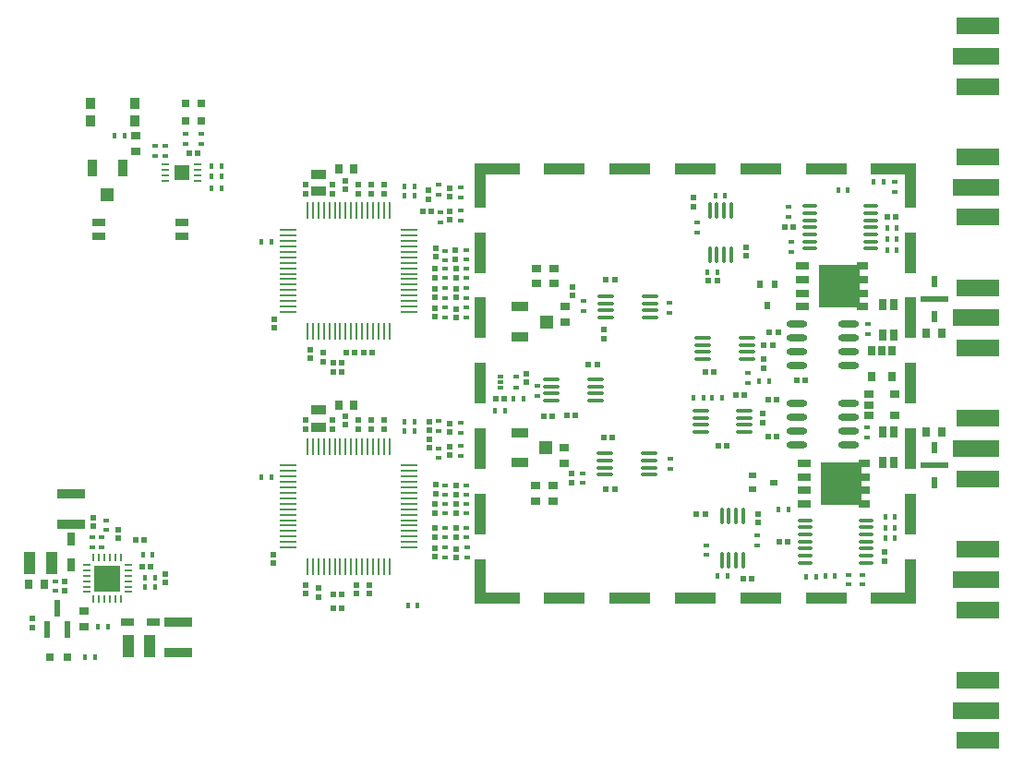
<source format=gbr>
G04 Layer_Color=8421504*
%FSLAX45Y45*%
%MOMM*%
%TF.FileFunction,Paste,Top*%
%TF.Part,Single*%
G01*
G75*
%TA.AperFunction,SMDPad,CuDef*%
%ADD10R,0.52000X0.52000*%
%ADD11R,0.52000X0.52000*%
%ADD12R,4.10000X1.00000*%
%ADD13R,1.00000X4.10000*%
%ADD14R,3.80000X1.00000*%
%ADD15R,1.00000X3.80000*%
%ADD16R,0.80000X0.80000*%
%ADD17R,0.45000X0.55000*%
%ADD18R,0.55000X0.45000*%
%ADD19R,0.90000X0.70000*%
%ADD20R,1.30000X1.30000*%
%ADD21R,0.90000X1.60000*%
%ADD22R,0.90000X1.00000*%
%ADD23R,0.70000X0.90000*%
%ADD24R,1.35000X0.95000*%
%ADD25O,0.39900X1.50000*%
%ADD26O,1.50000X0.39900*%
%ADD27R,0.76200X1.00000*%
%ADD28R,0.65000X0.90000*%
%ADD29R,2.60000X0.95000*%
%ADD30O,1.55000X0.25000*%
%ADD31O,0.25000X1.55000*%
%ADD32R,0.65000X0.50000*%
%ADD33R,1.27000X0.66000*%
%ADD34R,1.02000X0.66000*%
%ADD35R,1.30000X1.30000*%
%ADD36R,1.60000X0.90000*%
%ADD37O,1.90000X0.60000*%
%ADD38R,0.76200X1.14300*%
%ADD39R,1.14300X0.76200*%
%ADD40O,1.40000X0.35000*%
%ADD41R,1.36000X1.46000*%
%ADD42R,0.75000X0.25000*%
%ADD43O,0.80000X0.25000*%
%ADD44O,0.25000X0.80000*%
%ADD45R,2.45000X2.45000*%
%ADD46R,0.80000X0.80000*%
%ADD47O,1.50000X0.39999*%
%ADD48R,0.98000X2.08000*%
%ADD49R,0.50000X0.65000*%
%ADD50R,0.90000X0.65000*%
%ADD51R,1.27000X0.76000*%
%ADD52R,0.60000X0.35000*%
%ADD53R,3.95000X1.50000*%
%ADD54R,4.25000X1.50000*%
%ADD55R,0.50000X1.00000*%
%ADD56R,2.60000X0.60000*%
%ADD57R,0.60000X1.50000*%
%TA.AperFunction,Conductor*%
%ADD72R,3.81000X3.91000*%
D10*
X8729000Y8910000D02*
D03*
X8809000D02*
D03*
X10539999Y10450001D02*
D03*
X10620000D02*
D03*
X10540000Y10540000D02*
D03*
X10620000D02*
D03*
X13980000Y11290000D02*
D03*
X14060001D02*
D03*
X14030000Y10450000D02*
D03*
X13950000D02*
D03*
X14630000Y8900000D02*
D03*
X14710001D02*
D03*
X14680000Y11780000D02*
D03*
X14760001D02*
D03*
X15620000Y11880000D02*
D03*
X15700000D02*
D03*
X14300000Y8560000D02*
D03*
X14380000D02*
D03*
X14310001Y10240000D02*
D03*
X14230000D02*
D03*
X14489999Y10700000D02*
D03*
X14570000D02*
D03*
X14789999Y10380000D02*
D03*
X14870000D02*
D03*
X14539999Y10820000D02*
D03*
X14620000D02*
D03*
X14527525Y10201806D02*
D03*
X14607526D02*
D03*
X11440000Y11930000D02*
D03*
X11360000D02*
D03*
X10539999Y8410001D02*
D03*
X10620000D02*
D03*
X10539999Y8290001D02*
D03*
X10620000D02*
D03*
X14150000Y9780000D02*
D03*
X14070000D02*
D03*
X12470000Y10050000D02*
D03*
X12550000D02*
D03*
X12680000Y10060000D02*
D03*
X12760000D02*
D03*
X13870000Y9150000D02*
D03*
X13950000D02*
D03*
X8789000Y8670000D02*
D03*
X8869000D02*
D03*
X12880000Y10520000D02*
D03*
X12960001D02*
D03*
X12110000Y10210000D02*
D03*
X12030000D02*
D03*
X13039999Y9380000D02*
D03*
X13120000D02*
D03*
X13100000Y9850000D02*
D03*
X13020000D02*
D03*
X13120000Y11300000D02*
D03*
X13039999D02*
D03*
X14607526Y9861806D02*
D03*
X14527525D02*
D03*
X9300000Y12460000D02*
D03*
X9220000D02*
D03*
X10900000Y10630000D02*
D03*
X10820000D02*
D03*
X10660000D02*
D03*
X10740000D02*
D03*
D11*
X8339000Y9040000D02*
D03*
Y9120000D02*
D03*
X8999000Y8600000D02*
D03*
Y8520000D02*
D03*
X12730000Y9520000D02*
D03*
Y9440000D02*
D03*
X11470000Y9240000D02*
D03*
Y9160000D02*
D03*
Y11400000D02*
D03*
Y11320000D02*
D03*
X11670000Y8830000D02*
D03*
Y8750000D02*
D03*
Y11030000D02*
D03*
Y10950000D02*
D03*
X15600000Y8800000D02*
D03*
Y8720000D02*
D03*
X14439999Y9150000D02*
D03*
Y9070000D02*
D03*
X11470000Y11040000D02*
D03*
Y10960000D02*
D03*
Y8840000D02*
D03*
Y8760000D02*
D03*
X11670000Y11400000D02*
D03*
Y11320000D02*
D03*
Y9240000D02*
D03*
Y9160000D02*
D03*
X11470000Y8940000D02*
D03*
Y9020000D02*
D03*
Y11140000D02*
D03*
Y11220000D02*
D03*
X11480000Y11510000D02*
D03*
Y11590000D02*
D03*
X11420000Y9760000D02*
D03*
Y9840000D02*
D03*
X14489999Y10490000D02*
D03*
Y10570000D02*
D03*
X11610000Y11850001D02*
D03*
Y11930001D02*
D03*
Y9690001D02*
D03*
Y9770001D02*
D03*
X11660000Y11490000D02*
D03*
Y11570000D02*
D03*
X11670000Y9330001D02*
D03*
Y9410001D02*
D03*
X11670000Y11140000D02*
D03*
Y11220000D02*
D03*
Y8940000D02*
D03*
Y9020000D02*
D03*
X11480000Y9340000D02*
D03*
Y9420000D02*
D03*
X10530000Y12090001D02*
D03*
Y12170001D02*
D03*
X10650000Y12130001D02*
D03*
Y12210001D02*
D03*
X10290000Y12090001D02*
D03*
Y12170001D02*
D03*
X10530000Y9930001D02*
D03*
Y10010001D02*
D03*
X10650000Y9970001D02*
D03*
Y10050001D02*
D03*
X10290000Y9930001D02*
D03*
Y10010001D02*
D03*
X12310000Y10360000D02*
D03*
Y10440000D02*
D03*
X13845000Y11973431D02*
D03*
Y12053431D02*
D03*
X14480000Y9990000D02*
D03*
Y10070000D02*
D03*
X12733431Y11155000D02*
D03*
Y11235000D02*
D03*
X11420000Y10000000D02*
D03*
Y9920000D02*
D03*
X11410000Y12120001D02*
D03*
Y12040001D02*
D03*
X14322501Y11600000D02*
D03*
Y11520000D02*
D03*
X13020000Y10840000D02*
D03*
Y10760000D02*
D03*
X11610000Y12140001D02*
D03*
Y12060001D02*
D03*
Y9980001D02*
D03*
Y9900001D02*
D03*
X8569000Y8930000D02*
D03*
Y9010000D02*
D03*
X10770000Y12090001D02*
D03*
Y12170001D02*
D03*
Y9930001D02*
D03*
Y10010001D02*
D03*
X10890000Y12090001D02*
D03*
Y12170001D02*
D03*
Y9930001D02*
D03*
Y10010001D02*
D03*
X11010000Y12090001D02*
D03*
Y12170001D02*
D03*
Y9930001D02*
D03*
Y10010001D02*
D03*
X10450000Y10550000D02*
D03*
Y10630000D02*
D03*
X10410000Y8390001D02*
D03*
Y8470001D02*
D03*
X10870000Y8500001D02*
D03*
Y8420001D02*
D03*
X10750000Y8500001D02*
D03*
Y8420001D02*
D03*
X10330000Y10660000D02*
D03*
Y10580000D02*
D03*
X10290000Y8500001D02*
D03*
Y8420001D02*
D03*
X10000000Y10940000D02*
D03*
Y10860000D02*
D03*
X9990000Y8780000D02*
D03*
Y8700000D02*
D03*
X7780000Y8110000D02*
D03*
Y8190000D02*
D03*
X8080000Y8450000D02*
D03*
Y8530000D02*
D03*
D12*
X15675000Y8380000D02*
D03*
Y12320000D02*
D03*
X12045000D02*
D03*
Y8380000D02*
D03*
D13*
X15830000Y8535000D02*
D03*
Y12165000D02*
D03*
X11890000D02*
D03*
Y8535000D02*
D03*
D14*
X15060001Y8380000D02*
D03*
X14460001D02*
D03*
X13860001D02*
D03*
X13260001D02*
D03*
X12660000D02*
D03*
X12660000Y12320000D02*
D03*
X13260001D02*
D03*
X13860001D02*
D03*
X14460001D02*
D03*
X15060001D02*
D03*
D15*
X15830000Y11550000D02*
D03*
Y10950000D02*
D03*
Y10350000D02*
D03*
Y9750000D02*
D03*
Y9150000D02*
D03*
X11890000Y11550000D02*
D03*
Y10950000D02*
D03*
Y10350000D02*
D03*
Y9750000D02*
D03*
Y9150000D02*
D03*
D16*
X9330000Y12920000D02*
D03*
Y12760000D02*
D03*
X9190000D02*
D03*
Y12920000D02*
D03*
D17*
X9975000Y11650001D02*
D03*
X9885000D02*
D03*
X14014999Y10220000D02*
D03*
X14105000D02*
D03*
X13845000D02*
D03*
X13935001D02*
D03*
X15710001Y11675000D02*
D03*
X15620000D02*
D03*
X15692525Y9026806D02*
D03*
X15602525D02*
D03*
X15495000Y12200000D02*
D03*
X15585001D02*
D03*
X15710001Y11775000D02*
D03*
X15620000D02*
D03*
X15692525Y8926806D02*
D03*
X15602525D02*
D03*
X15260001Y12125000D02*
D03*
X15170000D02*
D03*
X14445000Y10370000D02*
D03*
X14535001D02*
D03*
X8625000Y12620000D02*
D03*
X8535000D02*
D03*
X11195000Y12070001D02*
D03*
X11285000D02*
D03*
X11195000Y12160001D02*
D03*
X11285000D02*
D03*
X11195000Y9910001D02*
D03*
X11285000D02*
D03*
X11195000Y10000001D02*
D03*
X11285000D02*
D03*
X12285000Y10210000D02*
D03*
X12195000D02*
D03*
X9515000Y12340000D02*
D03*
X9425000D02*
D03*
X9425000Y12140000D02*
D03*
X9515000D02*
D03*
X9425000Y12250000D02*
D03*
X9515000D02*
D03*
X8905000Y8480000D02*
D03*
X8815000D02*
D03*
X8884000Y8780000D02*
D03*
X8794000D02*
D03*
X8265000Y7840000D02*
D03*
X8355000D02*
D03*
X12025000Y10100000D02*
D03*
X12115000D02*
D03*
X8904000Y8570000D02*
D03*
X8814000D02*
D03*
X9975000Y9490001D02*
D03*
X9885000D02*
D03*
X14064999Y11370000D02*
D03*
X13975000D02*
D03*
X14135001Y12070000D02*
D03*
X14045000D02*
D03*
X14064999Y8580000D02*
D03*
X14155000D02*
D03*
X15692525Y9126806D02*
D03*
X15602525D02*
D03*
X15620000Y11575000D02*
D03*
X15710001D02*
D03*
X15142525Y8586806D02*
D03*
X15052525D02*
D03*
X14714999Y9190000D02*
D03*
X14625000D02*
D03*
X14877524Y8576806D02*
D03*
X14967525D02*
D03*
X8475000Y8120000D02*
D03*
X8385000D02*
D03*
X11225000Y8310000D02*
D03*
X11315000D02*
D03*
D18*
X12830000Y9435000D02*
D03*
Y9525000D02*
D03*
X9330000Y12635000D02*
D03*
Y12545000D02*
D03*
X11770000Y8845001D02*
D03*
Y8755001D02*
D03*
X11760000Y11045000D02*
D03*
Y10955000D02*
D03*
Y9025000D02*
D03*
Y8935000D02*
D03*
Y11225000D02*
D03*
Y11135000D02*
D03*
Y9415000D02*
D03*
Y9325000D02*
D03*
Y11575000D02*
D03*
Y11485000D02*
D03*
X11710000Y9775001D02*
D03*
Y9685001D02*
D03*
Y11935001D02*
D03*
Y11845001D02*
D03*
X11570000Y8845000D02*
D03*
Y8755000D02*
D03*
Y11045000D02*
D03*
Y10955000D02*
D03*
Y9025000D02*
D03*
Y8935000D02*
D03*
Y11225000D02*
D03*
Y11135000D02*
D03*
X11510000Y9755001D02*
D03*
Y9665001D02*
D03*
X11520000Y11915000D02*
D03*
Y11825000D02*
D03*
X9190000Y12635000D02*
D03*
Y12545000D02*
D03*
X11760000Y11315000D02*
D03*
Y11405000D02*
D03*
X11570000Y11315000D02*
D03*
Y11405000D02*
D03*
X14339999Y10355000D02*
D03*
Y10445000D02*
D03*
X15389999Y8505000D02*
D03*
Y8595000D02*
D03*
X11570000Y11475000D02*
D03*
Y11565000D02*
D03*
Y9325000D02*
D03*
Y9415000D02*
D03*
X15264999Y8505000D02*
D03*
Y8595000D02*
D03*
X11570000Y9155000D02*
D03*
Y9245000D02*
D03*
X11760000Y9155000D02*
D03*
Y9245000D02*
D03*
X11710000Y9895001D02*
D03*
Y9985001D02*
D03*
Y12055001D02*
D03*
Y12145001D02*
D03*
X11510000Y9915000D02*
D03*
Y10005000D02*
D03*
X11510000Y12080001D02*
D03*
Y12170001D02*
D03*
X13630000Y9565000D02*
D03*
Y9655000D02*
D03*
X13620000Y10995000D02*
D03*
Y11085000D02*
D03*
X8330000Y8845000D02*
D03*
Y8935000D02*
D03*
X8459000Y9095000D02*
D03*
Y9005000D02*
D03*
X8419000Y8935000D02*
D03*
Y8845000D02*
D03*
X12410000Y10325000D02*
D03*
Y10235000D02*
D03*
X12839999Y11105000D02*
D03*
Y11015000D02*
D03*
X8910000Y12435000D02*
D03*
Y12525000D02*
D03*
X9000000Y12435000D02*
D03*
Y12525000D02*
D03*
X15439999Y10805000D02*
D03*
Y10895000D02*
D03*
X15437524Y9856806D02*
D03*
Y9946806D02*
D03*
X14430000Y8955000D02*
D03*
Y8865000D02*
D03*
X13880000Y11735000D02*
D03*
Y11825000D02*
D03*
X13960001Y8865000D02*
D03*
Y8775000D02*
D03*
X15689999Y12195000D02*
D03*
Y12105000D02*
D03*
X14714999Y11970000D02*
D03*
Y11880000D02*
D03*
X14739999Y11555000D02*
D03*
Y11645000D02*
D03*
X7990000Y8445000D02*
D03*
Y8535000D02*
D03*
D19*
X8730000Y12620000D02*
D03*
Y12480000D02*
D03*
X12663431Y10915000D02*
D03*
Y11055000D02*
D03*
X12400000Y9270000D02*
D03*
Y9410000D02*
D03*
X12563431Y11265000D02*
D03*
Y11405000D02*
D03*
X12560000Y9410000D02*
D03*
Y9270000D02*
D03*
X12660000Y9760000D02*
D03*
Y9620000D02*
D03*
X12403431Y11405000D02*
D03*
Y11265000D02*
D03*
X8260000Y8260000D02*
D03*
Y8120000D02*
D03*
D20*
X8470000Y12078000D02*
D03*
D21*
X8330500Y12322000D02*
D03*
X8609500D02*
D03*
D22*
X8725000Y12759992D02*
D03*
X8315000D02*
D03*
X8725000Y12919992D02*
D03*
X8315000D02*
D03*
D23*
X10730000Y12320000D02*
D03*
X10590000D02*
D03*
X10730000Y10150000D02*
D03*
X10590000D02*
D03*
X15980000Y9900000D02*
D03*
X16120000D02*
D03*
X15980000Y10810000D02*
D03*
X16120000D02*
D03*
X7750000Y8510000D02*
D03*
X7890000D02*
D03*
D24*
X10410000Y10110001D02*
D03*
Y9950001D02*
D03*
Y12270001D02*
D03*
Y12110001D02*
D03*
D25*
X14102499Y8727500D02*
D03*
X14167500D02*
D03*
X14232500D02*
D03*
X14297501D02*
D03*
X14102499Y9132500D02*
D03*
X14167500D02*
D03*
X14232500D02*
D03*
X14297501D02*
D03*
X14187500Y11932500D02*
D03*
X14122501D02*
D03*
X14057500D02*
D03*
X13992500D02*
D03*
X14187500Y11527500D02*
D03*
X14122501D02*
D03*
X14057500D02*
D03*
X13992500D02*
D03*
D26*
X12537500Y10387500D02*
D03*
Y10322500D02*
D03*
Y10257500D02*
D03*
Y10192500D02*
D03*
X12942500Y10387500D02*
D03*
Y10322500D02*
D03*
Y10257500D02*
D03*
Y10192500D02*
D03*
X13037500Y11147500D02*
D03*
Y11082500D02*
D03*
Y11017500D02*
D03*
Y10952500D02*
D03*
X13442500Y11147500D02*
D03*
Y11082500D02*
D03*
Y11017500D02*
D03*
Y10952500D02*
D03*
X13032500Y9707500D02*
D03*
Y9642500D02*
D03*
Y9577500D02*
D03*
Y9512500D02*
D03*
X13437500Y9707500D02*
D03*
Y9642500D02*
D03*
Y9577500D02*
D03*
Y9512500D02*
D03*
D27*
X15576733Y9900698D02*
D03*
Y9622898D02*
D03*
X15678333Y9622898D02*
D03*
Y9900698D02*
D03*
X15579208Y10791108D02*
D03*
Y11068908D02*
D03*
X15680807Y11068908D02*
D03*
Y10791108D02*
D03*
D28*
X15664999Y10650000D02*
D03*
X15570000D02*
D03*
X15475000D02*
D03*
Y10410000D02*
D03*
X15664999D02*
D03*
D29*
X9119000Y7880000D02*
D03*
Y8160000D02*
D03*
X8139000Y9340000D02*
D03*
Y9060000D02*
D03*
D30*
X11232500Y8845001D02*
D03*
Y8895001D02*
D03*
Y8945001D02*
D03*
Y8995001D02*
D03*
Y9045001D02*
D03*
Y9095001D02*
D03*
Y9145001D02*
D03*
Y9195001D02*
D03*
Y9245001D02*
D03*
Y9295001D02*
D03*
Y9345001D02*
D03*
Y9395001D02*
D03*
Y9445001D02*
D03*
Y9495001D02*
D03*
Y9545001D02*
D03*
Y9595001D02*
D03*
X10127500D02*
D03*
Y9545001D02*
D03*
Y9495001D02*
D03*
Y9445001D02*
D03*
Y9395001D02*
D03*
Y9345001D02*
D03*
Y9295001D02*
D03*
Y9245001D02*
D03*
Y9195001D02*
D03*
Y9145001D02*
D03*
Y9095001D02*
D03*
Y9045001D02*
D03*
Y8995001D02*
D03*
Y8945001D02*
D03*
Y8895001D02*
D03*
Y8845001D02*
D03*
X11232500Y11005001D02*
D03*
Y11055001D02*
D03*
Y11105001D02*
D03*
Y11155001D02*
D03*
Y11205001D02*
D03*
Y11255001D02*
D03*
Y11305001D02*
D03*
Y11355001D02*
D03*
Y11405001D02*
D03*
Y11455001D02*
D03*
Y11505001D02*
D03*
Y11555001D02*
D03*
Y11605001D02*
D03*
Y11655001D02*
D03*
Y11705001D02*
D03*
Y11755001D02*
D03*
X10127500D02*
D03*
Y11705001D02*
D03*
Y11655001D02*
D03*
Y11605001D02*
D03*
Y11555001D02*
D03*
Y11505001D02*
D03*
Y11455001D02*
D03*
Y11405001D02*
D03*
Y11355001D02*
D03*
Y11305001D02*
D03*
Y11255001D02*
D03*
Y11205001D02*
D03*
Y11155001D02*
D03*
Y11105001D02*
D03*
Y11055001D02*
D03*
Y11005001D02*
D03*
D31*
X11055000Y9772501D02*
D03*
X11005000D02*
D03*
X10955000D02*
D03*
X10905000D02*
D03*
X10855000D02*
D03*
X10805000D02*
D03*
X10755000D02*
D03*
X10705000D02*
D03*
X10655000D02*
D03*
X10605000D02*
D03*
X10555000D02*
D03*
X10505000D02*
D03*
X10455000D02*
D03*
X10405000D02*
D03*
X10355000D02*
D03*
X10305000D02*
D03*
Y8667501D02*
D03*
X10355000D02*
D03*
X10405000D02*
D03*
X10455000D02*
D03*
X10505000D02*
D03*
X10555000D02*
D03*
X10605000D02*
D03*
X10655000D02*
D03*
X10705000D02*
D03*
X10755000D02*
D03*
X10805000D02*
D03*
X10855000D02*
D03*
X10905000D02*
D03*
X10955000D02*
D03*
X11005000D02*
D03*
X11055000D02*
D03*
Y11932501D02*
D03*
X11005000D02*
D03*
X10955000D02*
D03*
X10905000D02*
D03*
X10855000D02*
D03*
X10805000D02*
D03*
X10755000D02*
D03*
X10705000D02*
D03*
X10655000D02*
D03*
X10605000D02*
D03*
X10555000D02*
D03*
X10505000D02*
D03*
X10455000D02*
D03*
X10405000D02*
D03*
X10355000D02*
D03*
X10305000D02*
D03*
Y10827501D02*
D03*
X10355000D02*
D03*
X10405000D02*
D03*
X10455000D02*
D03*
X10505000D02*
D03*
X10555000D02*
D03*
X10605000D02*
D03*
X10655000D02*
D03*
X10705000D02*
D03*
X10755000D02*
D03*
X10805000D02*
D03*
X10855000D02*
D03*
X10905000D02*
D03*
X10955000D02*
D03*
X11005000D02*
D03*
X11055000D02*
D03*
D32*
X14382500Y9505000D02*
D03*
Y9375000D02*
D03*
X14577499Y9440000D02*
D03*
D33*
X14862991Y9492675D02*
D03*
Y9367341D02*
D03*
Y9242008D02*
D03*
Y9618008D02*
D03*
X14842992Y11302675D02*
D03*
Y11177342D02*
D03*
Y11052008D02*
D03*
Y11428008D02*
D03*
D34*
X15409492Y9618008D02*
D03*
Y9492675D02*
D03*
Y9367341D02*
D03*
Y9242008D02*
D03*
X15389491Y11428008D02*
D03*
Y11302675D02*
D03*
Y11177342D02*
D03*
Y11052008D02*
D03*
D35*
X12492000Y9760000D02*
D03*
X12495431Y10915000D02*
D03*
D36*
X12248000Y9620500D02*
D03*
Y9899500D02*
D03*
X12251431Y10775500D02*
D03*
Y11054500D02*
D03*
D37*
X14792525Y10162306D02*
D03*
Y10035306D02*
D03*
Y9908306D02*
D03*
Y9781306D02*
D03*
X15262524Y10162306D02*
D03*
Y10035306D02*
D03*
Y9908306D02*
D03*
Y9781306D02*
D03*
X14795000Y10890500D02*
D03*
Y10763500D02*
D03*
Y10636500D02*
D03*
Y10509500D02*
D03*
X15264999Y10890500D02*
D03*
Y10763500D02*
D03*
Y10636500D02*
D03*
Y10509500D02*
D03*
D38*
X8139002Y8917500D02*
D03*
Y8682499D02*
D03*
D39*
X8652500Y8160002D02*
D03*
X8887501D02*
D03*
D40*
X15470000Y11585000D02*
D03*
Y11650000D02*
D03*
Y11715000D02*
D03*
Y11780000D02*
D03*
Y11845000D02*
D03*
Y11910000D02*
D03*
Y11975000D02*
D03*
X14910001Y11585000D02*
D03*
Y11650000D02*
D03*
Y11715000D02*
D03*
Y11780000D02*
D03*
Y11845000D02*
D03*
Y11910000D02*
D03*
Y11975000D02*
D03*
X15430000Y8705000D02*
D03*
Y8770000D02*
D03*
Y8835000D02*
D03*
Y8900000D02*
D03*
Y8965000D02*
D03*
Y9030000D02*
D03*
Y9095000D02*
D03*
X14870000Y8705000D02*
D03*
Y8770000D02*
D03*
Y8835000D02*
D03*
Y8900000D02*
D03*
Y8965000D02*
D03*
Y9030000D02*
D03*
Y9095000D02*
D03*
D41*
X9150000Y12280000D02*
D03*
D42*
X9000000Y12355000D02*
D03*
Y12305000D02*
D03*
Y12255000D02*
D03*
Y12205000D02*
D03*
X9300000D02*
D03*
Y12255000D02*
D03*
Y12305000D02*
D03*
Y12355000D02*
D03*
D43*
X8279000Y8685000D02*
D03*
Y8635000D02*
D03*
Y8585000D02*
D03*
Y8535000D02*
D03*
Y8485000D02*
D03*
Y8435000D02*
D03*
X8659000D02*
D03*
Y8485000D02*
D03*
Y8535000D02*
D03*
Y8585000D02*
D03*
Y8635000D02*
D03*
Y8685000D02*
D03*
D44*
X8344000Y8370000D02*
D03*
X8394000D02*
D03*
X8444000D02*
D03*
X8494000D02*
D03*
X8544000D02*
D03*
X8594000D02*
D03*
Y8750000D02*
D03*
X8544000D02*
D03*
X8494000D02*
D03*
X8444000D02*
D03*
X8394000D02*
D03*
X8344000D02*
D03*
D45*
X8469000Y8560000D02*
D03*
D46*
X7940000Y7840000D02*
D03*
X8100000D02*
D03*
D47*
X14312500Y9902500D02*
D03*
Y9967500D02*
D03*
Y10032500D02*
D03*
Y10097500D02*
D03*
X13907500Y9902500D02*
D03*
Y9967500D02*
D03*
Y10032500D02*
D03*
Y10097500D02*
D03*
X14332500Y10572500D02*
D03*
Y10637500D02*
D03*
Y10702500D02*
D03*
Y10767500D02*
D03*
X13927499Y10572500D02*
D03*
Y10637500D02*
D03*
Y10702500D02*
D03*
Y10767500D02*
D03*
D48*
X8861000Y7940000D02*
D03*
X8659000D02*
D03*
X7960000Y8700000D02*
D03*
X7758000D02*
D03*
D49*
X14585001Y11257500D02*
D03*
X14455000D02*
D03*
X14520000Y11062500D02*
D03*
D50*
X15452525Y10246807D02*
D03*
Y10151806D02*
D03*
Y10056807D02*
D03*
X15692525D02*
D03*
Y10246807D02*
D03*
D51*
X9151000Y11823500D02*
D03*
Y11696500D02*
D03*
X8389000D02*
D03*
Y11823500D02*
D03*
D52*
X12077500Y10410000D02*
D03*
Y10360000D02*
D03*
Y10310000D02*
D03*
X12222500D02*
D03*
Y10410000D02*
D03*
D53*
X16452499Y7627000D02*
D03*
Y7073000D02*
D03*
Y13626999D02*
D03*
Y13073000D02*
D03*
Y11227000D02*
D03*
Y10673000D02*
D03*
Y10027000D02*
D03*
Y9473000D02*
D03*
Y8827000D02*
D03*
Y8273000D02*
D03*
Y12427000D02*
D03*
Y11873000D02*
D03*
D54*
X16437500Y7350000D02*
D03*
Y13349998D02*
D03*
Y10950000D02*
D03*
Y9750000D02*
D03*
Y8550000D02*
D03*
Y12150000D02*
D03*
D55*
X16050000Y9760000D02*
D03*
Y9440000D02*
D03*
Y10960000D02*
D03*
Y11280000D02*
D03*
D56*
Y9600000D02*
D03*
Y11120000D02*
D03*
D57*
X8010000Y8285000D02*
D03*
X8105000Y8095000D02*
D03*
X7915000D02*
D03*
D72*
X15198991Y9430008D02*
D03*
X15178992Y11240008D02*
D03*
%TF.MD5,31ba6f3eb68ec28b23d05ddd6643e2da*%
M02*

</source>
